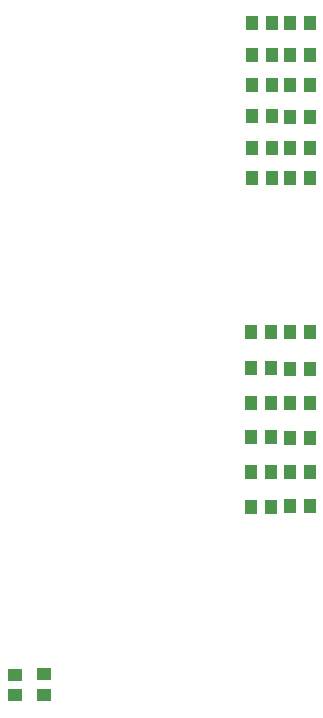
<source format=gtp>
G04 Layer_Color=8421504*
%FSLAX23Y23*%
%MOIN*%
G70*
G01*
G75*
%ADD10R,0.040X0.047*%
%ADD11R,0.047X0.040*%
D10*
X3544Y6132D02*
D03*
X3476D02*
D03*
X3544Y6233D02*
D03*
X3476D02*
D03*
Y6338D02*
D03*
X3544D02*
D03*
X3476Y6442D02*
D03*
X3544D02*
D03*
X3476Y6543D02*
D03*
X3544D02*
D03*
X3476Y6648D02*
D03*
X3544D02*
D03*
X3539Y5037D02*
D03*
X3471D02*
D03*
X3539Y5153D02*
D03*
X3471D02*
D03*
Y5268D02*
D03*
X3539D02*
D03*
X3471Y5382D02*
D03*
X3539D02*
D03*
X3471Y5498D02*
D03*
X3539D02*
D03*
X3473Y5620D02*
D03*
X3540D02*
D03*
X3601Y6133D02*
D03*
X3669D02*
D03*
X3601Y6232D02*
D03*
X3669D02*
D03*
Y6337D02*
D03*
X3601D02*
D03*
X3669Y6443D02*
D03*
X3601D02*
D03*
X3669Y6542D02*
D03*
X3601D02*
D03*
X3669Y6648D02*
D03*
X3601D02*
D03*
Y5038D02*
D03*
X3669D02*
D03*
X3601Y5152D02*
D03*
X3669D02*
D03*
Y5267D02*
D03*
X3601D02*
D03*
X3669Y5383D02*
D03*
X3601D02*
D03*
X3669Y5497D02*
D03*
X3601D02*
D03*
X3669Y5620D02*
D03*
X3601D02*
D03*
D11*
X2783Y4478D02*
D03*
Y4410D02*
D03*
X2685Y4410D02*
D03*
Y4477D02*
D03*
M02*

</source>
